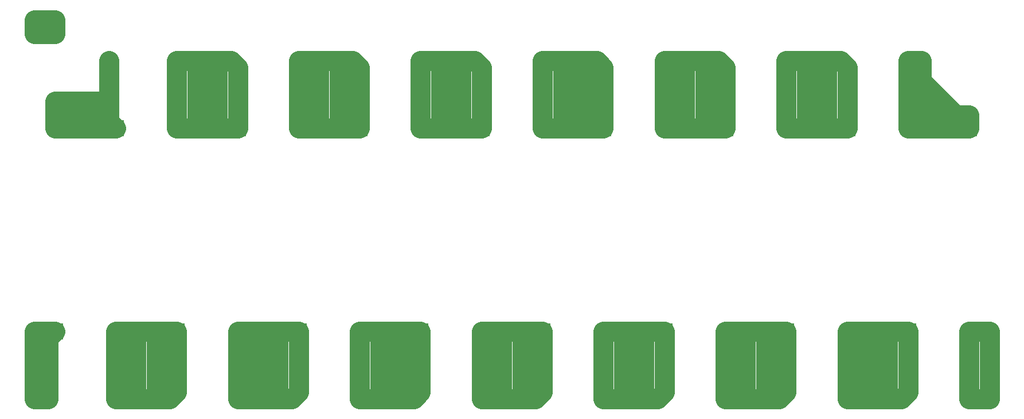
<source format=gbr>
G04 #@! TF.FileFunction,Copper,L1,Top,Signal*
%FSLAX46Y46*%
G04 Gerber Fmt 4.6, Leading zero omitted, Abs format (unit mm)*
G04 Created by KiCad (PCBNEW 4.0.7) date 12/27/24 21:57:26*
%MOMM*%
%LPD*%
G01*
G04 APERTURE LIST*
%ADD10C,0.100000*%
%ADD11C,2.000000*%
%ADD12R,2.400000X2.400000*%
%ADD13O,2.400000X2.400000*%
%ADD14C,3.000000*%
G04 APERTURE END LIST*
D10*
D11*
X29000000Y-25000000D03*
X29000000Y-35000000D03*
X37000000Y-29000000D03*
X47000000Y-29000000D03*
X55000000Y-29000000D03*
X65000000Y-29000000D03*
X73000000Y-29000000D03*
X83000000Y-29000000D03*
X91000000Y-29000000D03*
X101000000Y-29000000D03*
X109000000Y-29000000D03*
X119000000Y-29000000D03*
X127000000Y-29000000D03*
X137000000Y-29000000D03*
X145000000Y-29000000D03*
X155000000Y-29000000D03*
X28000000Y-79000000D03*
X38000000Y-79000000D03*
X46000000Y-79000000D03*
X56000000Y-79000000D03*
X64000000Y-79000000D03*
X74000000Y-79000000D03*
X82000000Y-79000000D03*
X92000000Y-79000000D03*
X100000000Y-79000000D03*
X110000000Y-79000000D03*
X118000000Y-79000000D03*
X128000000Y-79000000D03*
X136000000Y-79000000D03*
X146000000Y-79000000D03*
X154000000Y-79000000D03*
X164000000Y-79000000D03*
D12*
X29000000Y-69000000D03*
D13*
X29000000Y-39000000D03*
D12*
X38000000Y-39000000D03*
D13*
X38000000Y-69000000D03*
D12*
X47000000Y-69000000D03*
D13*
X47000000Y-39000000D03*
D12*
X56000000Y-39000000D03*
D13*
X56000000Y-69000000D03*
D12*
X65000000Y-69000000D03*
D13*
X65000000Y-39000000D03*
D12*
X74000000Y-39000000D03*
D13*
X74000000Y-69000000D03*
D12*
X83000000Y-69000000D03*
D13*
X83000000Y-39000000D03*
D12*
X92000000Y-39000000D03*
D13*
X92000000Y-69000000D03*
D12*
X101000000Y-69000000D03*
D13*
X101000000Y-39000000D03*
D12*
X110000000Y-39000000D03*
D13*
X110000000Y-69000000D03*
D12*
X119000000Y-69000000D03*
D13*
X119000000Y-39000000D03*
D12*
X128000000Y-39000000D03*
D13*
X128000000Y-69000000D03*
D12*
X137000000Y-69000000D03*
D13*
X137000000Y-39000000D03*
D12*
X146000000Y-39000000D03*
D13*
X146000000Y-69000000D03*
D12*
X155000000Y-69000000D03*
D13*
X155000000Y-39000000D03*
D12*
X164000000Y-39000000D03*
D13*
X164000000Y-69000000D03*
D14*
X29000000Y-25000000D02*
X29000000Y-23000000D01*
X26000000Y-25000000D02*
X29000000Y-25000000D01*
X26000000Y-23000000D02*
X26000000Y-25000000D01*
X29000000Y-23000000D02*
X26000000Y-23000000D01*
X29000000Y-35000000D02*
X37000000Y-35000000D01*
X37000000Y-35000000D02*
X37000000Y-38000000D01*
X37000000Y-38000000D02*
X36000000Y-37000000D01*
X31000000Y-37000000D02*
X29000000Y-39000000D01*
X36000000Y-37000000D02*
X31000000Y-37000000D01*
X29000000Y-35000000D02*
X29000000Y-39000000D01*
X29000000Y-39000000D02*
X38000000Y-39000000D01*
X38000000Y-39000000D02*
X37000000Y-38000000D01*
X37000000Y-38000000D02*
X37000000Y-29000000D01*
X56000000Y-39000000D02*
X56000000Y-30000000D01*
X56000000Y-30000000D02*
X55000000Y-29000000D01*
X55000000Y-29000000D02*
X53000000Y-29000000D01*
X50000000Y-29000000D02*
X47000000Y-29000000D01*
X50000000Y-39000000D02*
X50000000Y-29000000D01*
X53000000Y-39000000D02*
X50000000Y-39000000D01*
X53000000Y-29000000D02*
X53000000Y-39000000D01*
X55000000Y-29000000D02*
X47000000Y-29000000D01*
X47000000Y-29000000D02*
X47000000Y-39000000D01*
X47000000Y-39000000D02*
X56000000Y-39000000D01*
X74000000Y-39000000D02*
X74000000Y-30000000D01*
X74000000Y-30000000D02*
X73000000Y-29000000D01*
X73000000Y-29000000D02*
X71000000Y-29000000D01*
X68000000Y-29000000D02*
X65000000Y-29000000D01*
X68000000Y-39000000D02*
X68000000Y-29000000D01*
X71000000Y-39000000D02*
X68000000Y-39000000D01*
X71000000Y-29000000D02*
X71000000Y-39000000D01*
X73000000Y-29000000D02*
X65000000Y-29000000D01*
X65000000Y-29000000D02*
X65000000Y-39000000D01*
X65000000Y-39000000D02*
X74000000Y-39000000D01*
X92000000Y-39000000D02*
X92000000Y-30000000D01*
X92000000Y-30000000D02*
X91000000Y-29000000D01*
X91000000Y-29000000D02*
X89000000Y-29000000D01*
X86000000Y-29000000D02*
X83000000Y-29000000D01*
X86000000Y-39000000D02*
X86000000Y-29000000D01*
X89000000Y-39000000D02*
X86000000Y-39000000D01*
X89000000Y-29000000D02*
X89000000Y-39000000D01*
X91000000Y-29000000D02*
X83000000Y-29000000D01*
X83000000Y-29000000D02*
X83000000Y-39000000D01*
X83000000Y-39000000D02*
X92000000Y-39000000D01*
X110000000Y-39000000D02*
X110000000Y-30000000D01*
X110000000Y-30000000D02*
X109000000Y-29000000D01*
X109000000Y-29000000D02*
X107000000Y-29000000D01*
X104000000Y-29000000D02*
X101000000Y-29000000D01*
X104000000Y-39000000D02*
X104000000Y-29000000D01*
X107000000Y-39000000D02*
X104000000Y-39000000D01*
X107000000Y-29000000D02*
X107000000Y-39000000D01*
X109000000Y-29000000D02*
X101000000Y-29000000D01*
X101000000Y-29000000D02*
X101000000Y-39000000D01*
X101000000Y-39000000D02*
X110000000Y-39000000D01*
X128000000Y-39000000D02*
X128000000Y-30000000D01*
X128000000Y-30000000D02*
X127000000Y-29000000D01*
X127000000Y-29000000D02*
X125000000Y-29000000D01*
X122000000Y-29000000D02*
X119000000Y-29000000D01*
X122000000Y-39000000D02*
X122000000Y-29000000D01*
X125000000Y-39000000D02*
X122000000Y-39000000D01*
X125000000Y-29000000D02*
X125000000Y-39000000D01*
X127000000Y-29000000D02*
X119000000Y-29000000D01*
X119000000Y-29000000D02*
X119000000Y-39000000D01*
X119000000Y-39000000D02*
X128000000Y-39000000D01*
X146000000Y-39000000D02*
X146000000Y-30000000D01*
X146000000Y-30000000D02*
X145000000Y-29000000D01*
X145000000Y-29000000D02*
X143000000Y-29000000D01*
X140000000Y-29000000D02*
X137000000Y-29000000D01*
X140000000Y-39000000D02*
X140000000Y-29000000D01*
X143000000Y-39000000D02*
X140000000Y-39000000D01*
X143000000Y-29000000D02*
X143000000Y-39000000D01*
X145000000Y-29000000D02*
X137000000Y-29000000D01*
X137000000Y-29000000D02*
X137000000Y-39000000D01*
X137000000Y-39000000D02*
X146000000Y-39000000D01*
X155000000Y-29000000D02*
X155000000Y-30000000D01*
X155000000Y-30000000D02*
X164000000Y-39000000D01*
X155000000Y-29000000D02*
X157000000Y-29000000D01*
X164000000Y-37000000D02*
X164000000Y-39000000D01*
X157000000Y-37000000D02*
X164000000Y-37000000D01*
X157000000Y-29000000D02*
X157000000Y-37000000D01*
X155000000Y-29000000D02*
X155000000Y-39000000D01*
X155000000Y-39000000D02*
X164000000Y-39000000D01*
X28000000Y-79000000D02*
X26000000Y-79000000D01*
X26000000Y-69000000D02*
X29000000Y-69000000D01*
X26000000Y-79000000D02*
X26000000Y-69000000D01*
X28000000Y-79000000D02*
X28000000Y-70000000D01*
X28000000Y-70000000D02*
X29000000Y-69000000D01*
X47000000Y-69000000D02*
X47000000Y-78000000D01*
X47000000Y-78000000D02*
X46000000Y-79000000D01*
X46000000Y-79000000D02*
X44000000Y-79000000D01*
X41000000Y-79000000D02*
X38000000Y-79000000D01*
X41000000Y-69000000D02*
X41000000Y-79000000D01*
X44000000Y-69000000D02*
X41000000Y-69000000D01*
X44000000Y-79000000D02*
X44000000Y-69000000D01*
X47000000Y-69000000D02*
X38000000Y-69000000D01*
X38000000Y-69000000D02*
X38000000Y-79000000D01*
X38000000Y-79000000D02*
X46000000Y-79000000D01*
X65000000Y-69000000D02*
X65000000Y-78000000D01*
X65000000Y-78000000D02*
X64000000Y-79000000D01*
X64000000Y-79000000D02*
X62000000Y-79000000D01*
X59000000Y-79000000D02*
X56000000Y-79000000D01*
X59000000Y-69000000D02*
X59000000Y-79000000D01*
X62000000Y-69000000D02*
X59000000Y-69000000D01*
X62000000Y-79000000D02*
X62000000Y-69000000D01*
X65000000Y-69000000D02*
X56000000Y-69000000D01*
X56000000Y-69000000D02*
X56000000Y-79000000D01*
X56000000Y-79000000D02*
X64000000Y-79000000D01*
X83000000Y-69000000D02*
X83000000Y-78000000D01*
X83000000Y-78000000D02*
X82000000Y-79000000D01*
X82000000Y-79000000D02*
X80000000Y-79000000D01*
X77000000Y-79000000D02*
X74000000Y-79000000D01*
X77000000Y-69000000D02*
X77000000Y-79000000D01*
X80000000Y-69000000D02*
X77000000Y-69000000D01*
X80000000Y-79000000D02*
X80000000Y-69000000D01*
X83000000Y-69000000D02*
X74000000Y-69000000D01*
X74000000Y-69000000D02*
X74000000Y-79000000D01*
X74000000Y-79000000D02*
X82000000Y-79000000D01*
X101000000Y-69000000D02*
X101000000Y-78000000D01*
X101000000Y-78000000D02*
X100000000Y-79000000D01*
X100000000Y-79000000D02*
X99000000Y-79000000D01*
X99000000Y-79000000D02*
X98000000Y-78000000D01*
X98000000Y-78000000D02*
X98000000Y-69000000D01*
X98000000Y-69000000D02*
X95000000Y-69000000D01*
X95000000Y-69000000D02*
X95000000Y-79000000D01*
X95000000Y-79000000D02*
X92000000Y-79000000D01*
X101000000Y-69000000D02*
X92000000Y-69000000D01*
X92000000Y-69000000D02*
X92000000Y-79000000D01*
X92000000Y-79000000D02*
X100000000Y-79000000D01*
X119000000Y-69000000D02*
X119000000Y-78000000D01*
X119000000Y-78000000D02*
X118000000Y-79000000D01*
X118000000Y-79000000D02*
X116000000Y-79000000D01*
X113000000Y-79000000D02*
X110000000Y-79000000D01*
X113000000Y-69000000D02*
X113000000Y-79000000D01*
X116000000Y-69000000D02*
X113000000Y-69000000D01*
X116000000Y-79000000D02*
X116000000Y-69000000D01*
X119000000Y-69000000D02*
X110000000Y-69000000D01*
X110000000Y-69000000D02*
X110000000Y-79000000D01*
X110000000Y-79000000D02*
X118000000Y-79000000D01*
X137000000Y-69000000D02*
X137000000Y-78000000D01*
X137000000Y-78000000D02*
X136000000Y-79000000D01*
X136000000Y-79000000D02*
X134000000Y-79000000D01*
X131000000Y-79000000D02*
X128000000Y-79000000D01*
X131000000Y-69000000D02*
X131000000Y-79000000D01*
X134000000Y-69000000D02*
X131000000Y-69000000D01*
X134000000Y-79000000D02*
X134000000Y-69000000D01*
X137000000Y-69000000D02*
X128000000Y-69000000D01*
X128000000Y-69000000D02*
X128000000Y-79000000D01*
X128000000Y-79000000D02*
X136000000Y-79000000D01*
X155000000Y-69000000D02*
X155000000Y-78000000D01*
X155000000Y-78000000D02*
X154000000Y-79000000D01*
X154000000Y-79000000D02*
X152000000Y-79000000D01*
X149000000Y-79000000D02*
X146000000Y-79000000D01*
X149000000Y-69000000D02*
X149000000Y-79000000D01*
X152000000Y-69000000D02*
X149000000Y-69000000D01*
X152000000Y-79000000D02*
X152000000Y-69000000D01*
X155000000Y-69000000D02*
X146000000Y-69000000D01*
X146000000Y-69000000D02*
X146000000Y-79000000D01*
X146000000Y-79000000D02*
X154000000Y-79000000D01*
X164000000Y-69000000D02*
X167000000Y-69000000D01*
X167000000Y-79000000D02*
X164000000Y-79000000D01*
X167000000Y-69000000D02*
X167000000Y-79000000D01*
X164000000Y-79000000D02*
X164000000Y-69000000D01*
M02*

</source>
